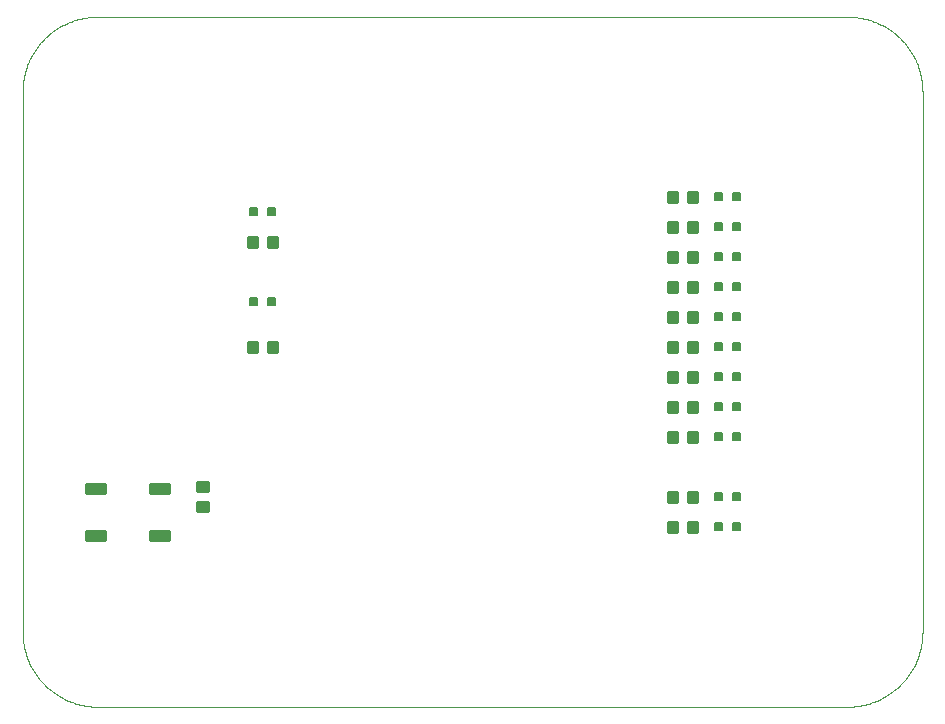
<source format=gtp>
G75*
%MOIN*%
%OFA0B0*%
%FSLAX25Y25*%
%IPPOS*%
%LPD*%
%AMOC8*
5,1,8,0,0,1.08239X$1,22.5*
%
%ADD10C,0.00000*%
%ADD11C,0.00984*%
%ADD12C,0.00787*%
D10*
X0026300Y0001300D02*
X0276300Y0001300D01*
X0276904Y0001307D01*
X0277508Y0001329D01*
X0278111Y0001366D01*
X0278713Y0001417D01*
X0279313Y0001482D01*
X0279912Y0001562D01*
X0280509Y0001657D01*
X0281103Y0001766D01*
X0281695Y0001889D01*
X0282283Y0002026D01*
X0282868Y0002178D01*
X0283449Y0002344D01*
X0284025Y0002524D01*
X0284598Y0002717D01*
X0285165Y0002925D01*
X0285727Y0003146D01*
X0286284Y0003380D01*
X0286835Y0003628D01*
X0287380Y0003889D01*
X0287918Y0004164D01*
X0288450Y0004451D01*
X0288974Y0004751D01*
X0289491Y0005063D01*
X0290000Y0005388D01*
X0290502Y0005725D01*
X0290995Y0006075D01*
X0291479Y0006436D01*
X0291955Y0006808D01*
X0292421Y0007192D01*
X0292878Y0007587D01*
X0293325Y0007993D01*
X0293763Y0008410D01*
X0294190Y0008837D01*
X0294607Y0009275D01*
X0295013Y0009722D01*
X0295408Y0010179D01*
X0295792Y0010645D01*
X0296164Y0011121D01*
X0296525Y0011605D01*
X0296875Y0012098D01*
X0297212Y0012600D01*
X0297537Y0013109D01*
X0297849Y0013626D01*
X0298149Y0014150D01*
X0298436Y0014682D01*
X0298711Y0015220D01*
X0298972Y0015765D01*
X0299220Y0016316D01*
X0299454Y0016873D01*
X0299675Y0017435D01*
X0299883Y0018002D01*
X0300076Y0018575D01*
X0300256Y0019151D01*
X0300422Y0019732D01*
X0300574Y0020317D01*
X0300711Y0020905D01*
X0300834Y0021497D01*
X0300943Y0022091D01*
X0301038Y0022688D01*
X0301118Y0023287D01*
X0301183Y0023887D01*
X0301234Y0024489D01*
X0301271Y0025092D01*
X0301293Y0025696D01*
X0301300Y0026300D01*
X0301300Y0206300D01*
X0301293Y0206904D01*
X0301271Y0207508D01*
X0301234Y0208111D01*
X0301183Y0208713D01*
X0301118Y0209313D01*
X0301038Y0209912D01*
X0300943Y0210509D01*
X0300834Y0211103D01*
X0300711Y0211695D01*
X0300574Y0212283D01*
X0300422Y0212868D01*
X0300256Y0213449D01*
X0300076Y0214025D01*
X0299883Y0214598D01*
X0299675Y0215165D01*
X0299454Y0215727D01*
X0299220Y0216284D01*
X0298972Y0216835D01*
X0298711Y0217380D01*
X0298436Y0217918D01*
X0298149Y0218450D01*
X0297849Y0218974D01*
X0297537Y0219491D01*
X0297212Y0220000D01*
X0296875Y0220502D01*
X0296525Y0220995D01*
X0296164Y0221479D01*
X0295792Y0221955D01*
X0295408Y0222421D01*
X0295013Y0222878D01*
X0294607Y0223325D01*
X0294190Y0223763D01*
X0293763Y0224190D01*
X0293325Y0224607D01*
X0292878Y0225013D01*
X0292421Y0225408D01*
X0291955Y0225792D01*
X0291479Y0226164D01*
X0290995Y0226525D01*
X0290502Y0226875D01*
X0290000Y0227212D01*
X0289491Y0227537D01*
X0288974Y0227849D01*
X0288450Y0228149D01*
X0287918Y0228436D01*
X0287380Y0228711D01*
X0286835Y0228972D01*
X0286284Y0229220D01*
X0285727Y0229454D01*
X0285165Y0229675D01*
X0284598Y0229883D01*
X0284025Y0230076D01*
X0283449Y0230256D01*
X0282868Y0230422D01*
X0282283Y0230574D01*
X0281695Y0230711D01*
X0281103Y0230834D01*
X0280509Y0230943D01*
X0279912Y0231038D01*
X0279313Y0231118D01*
X0278713Y0231183D01*
X0278111Y0231234D01*
X0277508Y0231271D01*
X0276904Y0231293D01*
X0276300Y0231300D01*
X0026300Y0231300D01*
X0025696Y0231293D01*
X0025092Y0231271D01*
X0024489Y0231234D01*
X0023887Y0231183D01*
X0023287Y0231118D01*
X0022688Y0231038D01*
X0022091Y0230943D01*
X0021497Y0230834D01*
X0020905Y0230711D01*
X0020317Y0230574D01*
X0019732Y0230422D01*
X0019151Y0230256D01*
X0018575Y0230076D01*
X0018002Y0229883D01*
X0017435Y0229675D01*
X0016873Y0229454D01*
X0016316Y0229220D01*
X0015765Y0228972D01*
X0015220Y0228711D01*
X0014682Y0228436D01*
X0014150Y0228149D01*
X0013626Y0227849D01*
X0013109Y0227537D01*
X0012600Y0227212D01*
X0012098Y0226875D01*
X0011605Y0226525D01*
X0011121Y0226164D01*
X0010645Y0225792D01*
X0010179Y0225408D01*
X0009722Y0225013D01*
X0009275Y0224607D01*
X0008837Y0224190D01*
X0008410Y0223763D01*
X0007993Y0223325D01*
X0007587Y0222878D01*
X0007192Y0222421D01*
X0006808Y0221955D01*
X0006436Y0221479D01*
X0006075Y0220995D01*
X0005725Y0220502D01*
X0005388Y0220000D01*
X0005063Y0219491D01*
X0004751Y0218974D01*
X0004451Y0218450D01*
X0004164Y0217918D01*
X0003889Y0217380D01*
X0003628Y0216835D01*
X0003380Y0216284D01*
X0003146Y0215727D01*
X0002925Y0215165D01*
X0002717Y0214598D01*
X0002524Y0214025D01*
X0002344Y0213449D01*
X0002178Y0212868D01*
X0002026Y0212283D01*
X0001889Y0211695D01*
X0001766Y0211103D01*
X0001657Y0210509D01*
X0001562Y0209912D01*
X0001482Y0209313D01*
X0001417Y0208713D01*
X0001366Y0208111D01*
X0001329Y0207508D01*
X0001307Y0206904D01*
X0001300Y0206300D01*
X0001300Y0026300D01*
X0001307Y0025696D01*
X0001329Y0025092D01*
X0001366Y0024489D01*
X0001417Y0023887D01*
X0001482Y0023287D01*
X0001562Y0022688D01*
X0001657Y0022091D01*
X0001766Y0021497D01*
X0001889Y0020905D01*
X0002026Y0020317D01*
X0002178Y0019732D01*
X0002344Y0019151D01*
X0002524Y0018575D01*
X0002717Y0018002D01*
X0002925Y0017435D01*
X0003146Y0016873D01*
X0003380Y0016316D01*
X0003628Y0015765D01*
X0003889Y0015220D01*
X0004164Y0014682D01*
X0004451Y0014150D01*
X0004751Y0013626D01*
X0005063Y0013109D01*
X0005388Y0012600D01*
X0005725Y0012098D01*
X0006075Y0011605D01*
X0006436Y0011121D01*
X0006808Y0010645D01*
X0007192Y0010179D01*
X0007587Y0009722D01*
X0007993Y0009275D01*
X0008410Y0008837D01*
X0008837Y0008410D01*
X0009275Y0007993D01*
X0009722Y0007587D01*
X0010179Y0007192D01*
X0010645Y0006808D01*
X0011121Y0006436D01*
X0011605Y0006075D01*
X0012098Y0005725D01*
X0012600Y0005388D01*
X0013109Y0005063D01*
X0013626Y0004751D01*
X0014150Y0004451D01*
X0014682Y0004164D01*
X0015220Y0003889D01*
X0015765Y0003628D01*
X0016316Y0003380D01*
X0016873Y0003146D01*
X0017435Y0002925D01*
X0018002Y0002717D01*
X0018575Y0002524D01*
X0019151Y0002344D01*
X0019732Y0002178D01*
X0020317Y0002026D01*
X0020905Y0001889D01*
X0021497Y0001766D01*
X0022091Y0001657D01*
X0022688Y0001562D01*
X0023287Y0001482D01*
X0023887Y0001417D01*
X0024489Y0001366D01*
X0025092Y0001329D01*
X0025696Y0001307D01*
X0026300Y0001300D01*
D11*
X0028721Y0056950D02*
X0022619Y0056950D01*
X0022619Y0059902D01*
X0028721Y0059902D01*
X0028721Y0056950D01*
X0028721Y0057885D02*
X0022619Y0057885D01*
X0022619Y0058820D02*
X0028721Y0058820D01*
X0028721Y0059755D02*
X0022619Y0059755D01*
X0022619Y0072698D02*
X0028721Y0072698D01*
X0022619Y0072698D02*
X0022619Y0075650D01*
X0028721Y0075650D01*
X0028721Y0072698D01*
X0028721Y0073633D02*
X0022619Y0073633D01*
X0022619Y0074568D02*
X0028721Y0074568D01*
X0028721Y0075503D02*
X0022619Y0075503D01*
X0043879Y0072698D02*
X0049981Y0072698D01*
X0043879Y0072698D02*
X0043879Y0075650D01*
X0049981Y0075650D01*
X0049981Y0072698D01*
X0049981Y0073633D02*
X0043879Y0073633D01*
X0043879Y0074568D02*
X0049981Y0074568D01*
X0049981Y0075503D02*
X0043879Y0075503D01*
X0059627Y0076122D02*
X0059627Y0073170D01*
X0059627Y0076122D02*
X0062973Y0076122D01*
X0062973Y0073170D01*
X0059627Y0073170D01*
X0059627Y0074105D02*
X0062973Y0074105D01*
X0062973Y0075040D02*
X0059627Y0075040D01*
X0059627Y0075975D02*
X0062973Y0075975D01*
X0059627Y0069430D02*
X0059627Y0066478D01*
X0059627Y0069430D02*
X0062973Y0069430D01*
X0062973Y0066478D01*
X0059627Y0066478D01*
X0059627Y0067413D02*
X0062973Y0067413D01*
X0062973Y0068348D02*
X0059627Y0068348D01*
X0059627Y0069283D02*
X0062973Y0069283D01*
X0049981Y0056950D02*
X0043879Y0056950D01*
X0043879Y0059902D01*
X0049981Y0059902D01*
X0049981Y0056950D01*
X0049981Y0057885D02*
X0043879Y0057885D01*
X0043879Y0058820D02*
X0049981Y0058820D01*
X0049981Y0059755D02*
X0043879Y0059755D01*
X0076478Y0119627D02*
X0079430Y0119627D01*
X0076478Y0119627D02*
X0076478Y0122973D01*
X0079430Y0122973D01*
X0079430Y0119627D01*
X0079430Y0120562D02*
X0076478Y0120562D01*
X0076478Y0121497D02*
X0079430Y0121497D01*
X0079430Y0122432D02*
X0076478Y0122432D01*
X0083170Y0119627D02*
X0086122Y0119627D01*
X0083170Y0119627D02*
X0083170Y0122973D01*
X0086122Y0122973D01*
X0086122Y0119627D01*
X0086122Y0120562D02*
X0083170Y0120562D01*
X0083170Y0121497D02*
X0086122Y0121497D01*
X0086122Y0122432D02*
X0083170Y0122432D01*
X0083170Y0154627D02*
X0086122Y0154627D01*
X0083170Y0154627D02*
X0083170Y0157973D01*
X0086122Y0157973D01*
X0086122Y0154627D01*
X0086122Y0155562D02*
X0083170Y0155562D01*
X0083170Y0156497D02*
X0086122Y0156497D01*
X0086122Y0157432D02*
X0083170Y0157432D01*
X0079430Y0154627D02*
X0076478Y0154627D01*
X0076478Y0157973D01*
X0079430Y0157973D01*
X0079430Y0154627D01*
X0079430Y0155562D02*
X0076478Y0155562D01*
X0076478Y0156497D02*
X0079430Y0156497D01*
X0079430Y0157432D02*
X0076478Y0157432D01*
X0216478Y0159627D02*
X0219430Y0159627D01*
X0216478Y0159627D02*
X0216478Y0162973D01*
X0219430Y0162973D01*
X0219430Y0159627D01*
X0219430Y0160562D02*
X0216478Y0160562D01*
X0216478Y0161497D02*
X0219430Y0161497D01*
X0219430Y0162432D02*
X0216478Y0162432D01*
X0223170Y0159627D02*
X0226122Y0159627D01*
X0223170Y0159627D02*
X0223170Y0162973D01*
X0226122Y0162973D01*
X0226122Y0159627D01*
X0226122Y0160562D02*
X0223170Y0160562D01*
X0223170Y0161497D02*
X0226122Y0161497D01*
X0226122Y0162432D02*
X0223170Y0162432D01*
X0223170Y0169627D02*
X0226122Y0169627D01*
X0223170Y0169627D02*
X0223170Y0172973D01*
X0226122Y0172973D01*
X0226122Y0169627D01*
X0226122Y0170562D02*
X0223170Y0170562D01*
X0223170Y0171497D02*
X0226122Y0171497D01*
X0226122Y0172432D02*
X0223170Y0172432D01*
X0219430Y0169627D02*
X0216478Y0169627D01*
X0216478Y0172973D01*
X0219430Y0172973D01*
X0219430Y0169627D01*
X0219430Y0170562D02*
X0216478Y0170562D01*
X0216478Y0171497D02*
X0219430Y0171497D01*
X0219430Y0172432D02*
X0216478Y0172432D01*
X0216478Y0149627D02*
X0219430Y0149627D01*
X0216478Y0149627D02*
X0216478Y0152973D01*
X0219430Y0152973D01*
X0219430Y0149627D01*
X0219430Y0150562D02*
X0216478Y0150562D01*
X0216478Y0151497D02*
X0219430Y0151497D01*
X0219430Y0152432D02*
X0216478Y0152432D01*
X0223170Y0149627D02*
X0226122Y0149627D01*
X0223170Y0149627D02*
X0223170Y0152973D01*
X0226122Y0152973D01*
X0226122Y0149627D01*
X0226122Y0150562D02*
X0223170Y0150562D01*
X0223170Y0151497D02*
X0226122Y0151497D01*
X0226122Y0152432D02*
X0223170Y0152432D01*
X0223170Y0139627D02*
X0226122Y0139627D01*
X0223170Y0139627D02*
X0223170Y0142973D01*
X0226122Y0142973D01*
X0226122Y0139627D01*
X0226122Y0140562D02*
X0223170Y0140562D01*
X0223170Y0141497D02*
X0226122Y0141497D01*
X0226122Y0142432D02*
X0223170Y0142432D01*
X0219430Y0139627D02*
X0216478Y0139627D01*
X0216478Y0142973D01*
X0219430Y0142973D01*
X0219430Y0139627D01*
X0219430Y0140562D02*
X0216478Y0140562D01*
X0216478Y0141497D02*
X0219430Y0141497D01*
X0219430Y0142432D02*
X0216478Y0142432D01*
X0216478Y0129627D02*
X0219430Y0129627D01*
X0216478Y0129627D02*
X0216478Y0132973D01*
X0219430Y0132973D01*
X0219430Y0129627D01*
X0219430Y0130562D02*
X0216478Y0130562D01*
X0216478Y0131497D02*
X0219430Y0131497D01*
X0219430Y0132432D02*
X0216478Y0132432D01*
X0223170Y0129627D02*
X0226122Y0129627D01*
X0223170Y0129627D02*
X0223170Y0132973D01*
X0226122Y0132973D01*
X0226122Y0129627D01*
X0226122Y0130562D02*
X0223170Y0130562D01*
X0223170Y0131497D02*
X0226122Y0131497D01*
X0226122Y0132432D02*
X0223170Y0132432D01*
X0223170Y0119627D02*
X0226122Y0119627D01*
X0223170Y0119627D02*
X0223170Y0122973D01*
X0226122Y0122973D01*
X0226122Y0119627D01*
X0226122Y0120562D02*
X0223170Y0120562D01*
X0223170Y0121497D02*
X0226122Y0121497D01*
X0226122Y0122432D02*
X0223170Y0122432D01*
X0219430Y0119627D02*
X0216478Y0119627D01*
X0216478Y0122973D01*
X0219430Y0122973D01*
X0219430Y0119627D01*
X0219430Y0120562D02*
X0216478Y0120562D01*
X0216478Y0121497D02*
X0219430Y0121497D01*
X0219430Y0122432D02*
X0216478Y0122432D01*
X0216478Y0109627D02*
X0219430Y0109627D01*
X0216478Y0109627D02*
X0216478Y0112973D01*
X0219430Y0112973D01*
X0219430Y0109627D01*
X0219430Y0110562D02*
X0216478Y0110562D01*
X0216478Y0111497D02*
X0219430Y0111497D01*
X0219430Y0112432D02*
X0216478Y0112432D01*
X0223170Y0109627D02*
X0226122Y0109627D01*
X0223170Y0109627D02*
X0223170Y0112973D01*
X0226122Y0112973D01*
X0226122Y0109627D01*
X0226122Y0110562D02*
X0223170Y0110562D01*
X0223170Y0111497D02*
X0226122Y0111497D01*
X0226122Y0112432D02*
X0223170Y0112432D01*
X0223170Y0099627D02*
X0226122Y0099627D01*
X0223170Y0099627D02*
X0223170Y0102973D01*
X0226122Y0102973D01*
X0226122Y0099627D01*
X0226122Y0100562D02*
X0223170Y0100562D01*
X0223170Y0101497D02*
X0226122Y0101497D01*
X0226122Y0102432D02*
X0223170Y0102432D01*
X0219430Y0099627D02*
X0216478Y0099627D01*
X0216478Y0102973D01*
X0219430Y0102973D01*
X0219430Y0099627D01*
X0219430Y0100562D02*
X0216478Y0100562D01*
X0216478Y0101497D02*
X0219430Y0101497D01*
X0219430Y0102432D02*
X0216478Y0102432D01*
X0216478Y0089627D02*
X0219430Y0089627D01*
X0216478Y0089627D02*
X0216478Y0092973D01*
X0219430Y0092973D01*
X0219430Y0089627D01*
X0219430Y0090562D02*
X0216478Y0090562D01*
X0216478Y0091497D02*
X0219430Y0091497D01*
X0219430Y0092432D02*
X0216478Y0092432D01*
X0223170Y0089627D02*
X0226122Y0089627D01*
X0223170Y0089627D02*
X0223170Y0092973D01*
X0226122Y0092973D01*
X0226122Y0089627D01*
X0226122Y0090562D02*
X0223170Y0090562D01*
X0223170Y0091497D02*
X0226122Y0091497D01*
X0226122Y0092432D02*
X0223170Y0092432D01*
X0223170Y0069627D02*
X0226122Y0069627D01*
X0223170Y0069627D02*
X0223170Y0072973D01*
X0226122Y0072973D01*
X0226122Y0069627D01*
X0226122Y0070562D02*
X0223170Y0070562D01*
X0223170Y0071497D02*
X0226122Y0071497D01*
X0226122Y0072432D02*
X0223170Y0072432D01*
X0219430Y0069627D02*
X0216478Y0069627D01*
X0216478Y0072973D01*
X0219430Y0072973D01*
X0219430Y0069627D01*
X0219430Y0070562D02*
X0216478Y0070562D01*
X0216478Y0071497D02*
X0219430Y0071497D01*
X0219430Y0072432D02*
X0216478Y0072432D01*
X0216478Y0059627D02*
X0219430Y0059627D01*
X0216478Y0059627D02*
X0216478Y0062973D01*
X0219430Y0062973D01*
X0219430Y0059627D01*
X0219430Y0060562D02*
X0216478Y0060562D01*
X0216478Y0061497D02*
X0219430Y0061497D01*
X0219430Y0062432D02*
X0216478Y0062432D01*
X0223170Y0059627D02*
X0226122Y0059627D01*
X0223170Y0059627D02*
X0223170Y0062973D01*
X0226122Y0062973D01*
X0226122Y0059627D01*
X0226122Y0060562D02*
X0223170Y0060562D01*
X0223170Y0061497D02*
X0226122Y0061497D01*
X0226122Y0062432D02*
X0223170Y0062432D01*
D12*
X0232165Y0062482D02*
X0234529Y0062482D01*
X0234529Y0060118D01*
X0232165Y0060118D01*
X0232165Y0062482D01*
X0232165Y0060866D02*
X0234529Y0060866D01*
X0234529Y0061614D02*
X0232165Y0061614D01*
X0232165Y0062362D02*
X0234529Y0062362D01*
X0238071Y0062482D02*
X0240435Y0062482D01*
X0240435Y0060118D01*
X0238071Y0060118D01*
X0238071Y0062482D01*
X0238071Y0060866D02*
X0240435Y0060866D01*
X0240435Y0061614D02*
X0238071Y0061614D01*
X0238071Y0062362D02*
X0240435Y0062362D01*
X0240435Y0072482D02*
X0238071Y0072482D01*
X0240435Y0072482D02*
X0240435Y0070118D01*
X0238071Y0070118D01*
X0238071Y0072482D01*
X0238071Y0070866D02*
X0240435Y0070866D01*
X0240435Y0071614D02*
X0238071Y0071614D01*
X0238071Y0072362D02*
X0240435Y0072362D01*
X0234529Y0072482D02*
X0232165Y0072482D01*
X0234529Y0072482D02*
X0234529Y0070118D01*
X0232165Y0070118D01*
X0232165Y0072482D01*
X0232165Y0070866D02*
X0234529Y0070866D01*
X0234529Y0071614D02*
X0232165Y0071614D01*
X0232165Y0072362D02*
X0234529Y0072362D01*
X0234529Y0092482D02*
X0232165Y0092482D01*
X0234529Y0092482D02*
X0234529Y0090118D01*
X0232165Y0090118D01*
X0232165Y0092482D01*
X0232165Y0090866D02*
X0234529Y0090866D01*
X0234529Y0091614D02*
X0232165Y0091614D01*
X0232165Y0092362D02*
X0234529Y0092362D01*
X0238071Y0092482D02*
X0240435Y0092482D01*
X0240435Y0090118D01*
X0238071Y0090118D01*
X0238071Y0092482D01*
X0238071Y0090866D02*
X0240435Y0090866D01*
X0240435Y0091614D02*
X0238071Y0091614D01*
X0238071Y0092362D02*
X0240435Y0092362D01*
X0240435Y0102482D02*
X0238071Y0102482D01*
X0240435Y0102482D02*
X0240435Y0100118D01*
X0238071Y0100118D01*
X0238071Y0102482D01*
X0238071Y0100866D02*
X0240435Y0100866D01*
X0240435Y0101614D02*
X0238071Y0101614D01*
X0238071Y0102362D02*
X0240435Y0102362D01*
X0234529Y0102482D02*
X0232165Y0102482D01*
X0234529Y0102482D02*
X0234529Y0100118D01*
X0232165Y0100118D01*
X0232165Y0102482D01*
X0232165Y0100866D02*
X0234529Y0100866D01*
X0234529Y0101614D02*
X0232165Y0101614D01*
X0232165Y0102362D02*
X0234529Y0102362D01*
X0234529Y0112482D02*
X0232165Y0112482D01*
X0234529Y0112482D02*
X0234529Y0110118D01*
X0232165Y0110118D01*
X0232165Y0112482D01*
X0232165Y0110866D02*
X0234529Y0110866D01*
X0234529Y0111614D02*
X0232165Y0111614D01*
X0232165Y0112362D02*
X0234529Y0112362D01*
X0238071Y0112482D02*
X0240435Y0112482D01*
X0240435Y0110118D01*
X0238071Y0110118D01*
X0238071Y0112482D01*
X0238071Y0110866D02*
X0240435Y0110866D01*
X0240435Y0111614D02*
X0238071Y0111614D01*
X0238071Y0112362D02*
X0240435Y0112362D01*
X0240435Y0122482D02*
X0238071Y0122482D01*
X0240435Y0122482D02*
X0240435Y0120118D01*
X0238071Y0120118D01*
X0238071Y0122482D01*
X0238071Y0120866D02*
X0240435Y0120866D01*
X0240435Y0121614D02*
X0238071Y0121614D01*
X0238071Y0122362D02*
X0240435Y0122362D01*
X0234529Y0122482D02*
X0232165Y0122482D01*
X0234529Y0122482D02*
X0234529Y0120118D01*
X0232165Y0120118D01*
X0232165Y0122482D01*
X0232165Y0120866D02*
X0234529Y0120866D01*
X0234529Y0121614D02*
X0232165Y0121614D01*
X0232165Y0122362D02*
X0234529Y0122362D01*
X0234529Y0132482D02*
X0232165Y0132482D01*
X0234529Y0132482D02*
X0234529Y0130118D01*
X0232165Y0130118D01*
X0232165Y0132482D01*
X0232165Y0130866D02*
X0234529Y0130866D01*
X0234529Y0131614D02*
X0232165Y0131614D01*
X0232165Y0132362D02*
X0234529Y0132362D01*
X0238071Y0132482D02*
X0240435Y0132482D01*
X0240435Y0130118D01*
X0238071Y0130118D01*
X0238071Y0132482D01*
X0238071Y0130866D02*
X0240435Y0130866D01*
X0240435Y0131614D02*
X0238071Y0131614D01*
X0238071Y0132362D02*
X0240435Y0132362D01*
X0240435Y0142482D02*
X0238071Y0142482D01*
X0240435Y0142482D02*
X0240435Y0140118D01*
X0238071Y0140118D01*
X0238071Y0142482D01*
X0238071Y0140866D02*
X0240435Y0140866D01*
X0240435Y0141614D02*
X0238071Y0141614D01*
X0238071Y0142362D02*
X0240435Y0142362D01*
X0234529Y0142482D02*
X0232165Y0142482D01*
X0234529Y0142482D02*
X0234529Y0140118D01*
X0232165Y0140118D01*
X0232165Y0142482D01*
X0232165Y0140866D02*
X0234529Y0140866D01*
X0234529Y0141614D02*
X0232165Y0141614D01*
X0232165Y0142362D02*
X0234529Y0142362D01*
X0234529Y0152482D02*
X0232165Y0152482D01*
X0234529Y0152482D02*
X0234529Y0150118D01*
X0232165Y0150118D01*
X0232165Y0152482D01*
X0232165Y0150866D02*
X0234529Y0150866D01*
X0234529Y0151614D02*
X0232165Y0151614D01*
X0232165Y0152362D02*
X0234529Y0152362D01*
X0238071Y0152482D02*
X0240435Y0152482D01*
X0240435Y0150118D01*
X0238071Y0150118D01*
X0238071Y0152482D01*
X0238071Y0150866D02*
X0240435Y0150866D01*
X0240435Y0151614D02*
X0238071Y0151614D01*
X0238071Y0152362D02*
X0240435Y0152362D01*
X0240435Y0162482D02*
X0238071Y0162482D01*
X0240435Y0162482D02*
X0240435Y0160118D01*
X0238071Y0160118D01*
X0238071Y0162482D01*
X0238071Y0160866D02*
X0240435Y0160866D01*
X0240435Y0161614D02*
X0238071Y0161614D01*
X0238071Y0162362D02*
X0240435Y0162362D01*
X0234529Y0162482D02*
X0232165Y0162482D01*
X0234529Y0162482D02*
X0234529Y0160118D01*
X0232165Y0160118D01*
X0232165Y0162482D01*
X0232165Y0160866D02*
X0234529Y0160866D01*
X0234529Y0161614D02*
X0232165Y0161614D01*
X0232165Y0162362D02*
X0234529Y0162362D01*
X0234529Y0172482D02*
X0232165Y0172482D01*
X0234529Y0172482D02*
X0234529Y0170118D01*
X0232165Y0170118D01*
X0232165Y0172482D01*
X0232165Y0170866D02*
X0234529Y0170866D01*
X0234529Y0171614D02*
X0232165Y0171614D01*
X0232165Y0172362D02*
X0234529Y0172362D01*
X0238071Y0172482D02*
X0240435Y0172482D01*
X0240435Y0170118D01*
X0238071Y0170118D01*
X0238071Y0172482D01*
X0238071Y0170866D02*
X0240435Y0170866D01*
X0240435Y0171614D02*
X0238071Y0171614D01*
X0238071Y0172362D02*
X0240435Y0172362D01*
X0085435Y0165118D02*
X0083071Y0165118D01*
X0083071Y0167482D01*
X0085435Y0167482D01*
X0085435Y0165118D01*
X0085435Y0165866D02*
X0083071Y0165866D01*
X0083071Y0166614D02*
X0085435Y0166614D01*
X0085435Y0167362D02*
X0083071Y0167362D01*
X0079529Y0165118D02*
X0077165Y0165118D01*
X0077165Y0167482D01*
X0079529Y0167482D01*
X0079529Y0165118D01*
X0079529Y0165866D02*
X0077165Y0165866D01*
X0077165Y0166614D02*
X0079529Y0166614D01*
X0079529Y0167362D02*
X0077165Y0167362D01*
X0077165Y0135118D02*
X0079529Y0135118D01*
X0077165Y0135118D02*
X0077165Y0137482D01*
X0079529Y0137482D01*
X0079529Y0135118D01*
X0079529Y0135866D02*
X0077165Y0135866D01*
X0077165Y0136614D02*
X0079529Y0136614D01*
X0079529Y0137362D02*
X0077165Y0137362D01*
X0083071Y0135118D02*
X0085435Y0135118D01*
X0083071Y0135118D02*
X0083071Y0137482D01*
X0085435Y0137482D01*
X0085435Y0135118D01*
X0085435Y0135866D02*
X0083071Y0135866D01*
X0083071Y0136614D02*
X0085435Y0136614D01*
X0085435Y0137362D02*
X0083071Y0137362D01*
M02*

</source>
